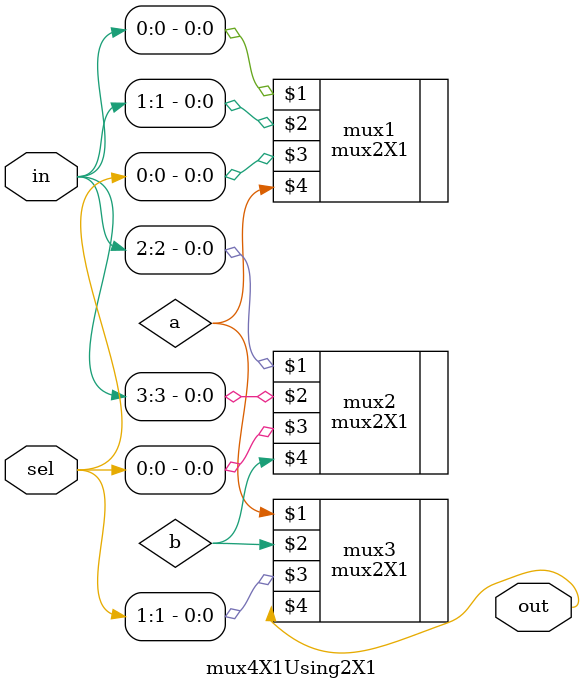
<source format=v>

module mux4X1Using2X1( in,sel,out);
input [3:0]in;
input [1:0]sel;
wire a,b;
output out;

//assign out =sel[1] ? ( mux2X1 (in[2],in[3],sel[0], out)) : ( mux2X1 (in[0],in[1],sel[0], out));
//assign out = sel[1] ? ( sel[0] ? in[3]: in[2]) : ( sel[0] ? in[1]: in[0]);
mux2X1 mux1(in[0],in[1],sel[0], a);
mux2X1 mux2(in[2],in[3],sel[0], b);
mux2X1 mux3(a,b,sel[1], out);
endmodule
</source>
